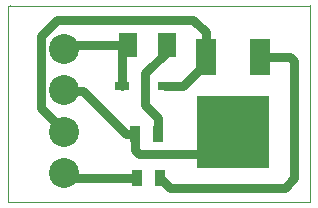
<source format=gtl>
G04 (created by PCBNEW (2013-07-07 BZR 4022)-stable) date 3/6/2015 1:39:28 PM*
%MOIN*%
G04 Gerber Fmt 3.4, Leading zero omitted, Abs format*
%FSLAX34Y34*%
G01*
G70*
G90*
G04 APERTURE LIST*
%ADD10C,0.00590551*%
%ADD11C,0.00393701*%
%ADD12R,0.0472X0.0276*%
%ADD13R,0.06X0.08*%
%ADD14R,0.035X0.055*%
%ADD15R,0.065X0.12*%
%ADD16R,0.24X0.24*%
%ADD17C,0.1*%
%ADD18C,0.03*%
G04 APERTURE END LIST*
G54D10*
G54D11*
X5423Y-5454D02*
X5423Y-5450D01*
X15404Y-5454D02*
X5423Y-5454D01*
X5354Y-5460D02*
X5444Y-5460D01*
X5354Y-12015D02*
X5354Y-5460D01*
X15404Y-12015D02*
X5354Y-12015D01*
X15404Y-5445D02*
X15404Y-12015D01*
G54D12*
X10594Y-8149D03*
X9138Y-8149D03*
G54D13*
X9351Y-6769D03*
X10651Y-6769D03*
G54D14*
X9656Y-11194D03*
X10406Y-11194D03*
X9596Y-9739D03*
X10346Y-9739D03*
G54D15*
X13751Y-7159D03*
G54D16*
X12851Y-9659D03*
G54D15*
X11951Y-7159D03*
G54D17*
X7199Y-6904D03*
X7199Y-8282D03*
X7199Y-9659D03*
X7199Y-11037D03*
G54D18*
X9138Y-8149D02*
X9138Y-6982D01*
X9138Y-6982D02*
X9351Y-6769D01*
X9351Y-6769D02*
X7453Y-6769D01*
X7453Y-6769D02*
X7286Y-6936D01*
X9656Y-11194D02*
X7410Y-11194D01*
X7410Y-11194D02*
X7286Y-11069D01*
X6971Y-5929D02*
X7027Y-5929D01*
X6446Y-6492D02*
X6446Y-8851D01*
X11951Y-7159D02*
X11951Y-6349D01*
X6446Y-8851D02*
X7286Y-9691D01*
X6971Y-5929D02*
X6446Y-6454D01*
X11951Y-6349D02*
X11531Y-5929D01*
X6446Y-6454D02*
X6446Y-6492D01*
X7027Y-5929D02*
X11531Y-5929D01*
X10594Y-8149D02*
X11171Y-8149D01*
X11951Y-7369D02*
X11951Y-7159D01*
X11171Y-8149D02*
X11951Y-7369D01*
X12111Y-10399D02*
X9716Y-10399D01*
X9596Y-10279D02*
X9716Y-10399D01*
X9596Y-10279D02*
X9596Y-9739D01*
X12111Y-10399D02*
X12851Y-9659D01*
X12111Y-10399D02*
X12851Y-9659D01*
X9596Y-9739D02*
X9281Y-9739D01*
X9281Y-9739D02*
X7856Y-8314D01*
X7856Y-8314D02*
X7286Y-8314D01*
X9926Y-7714D02*
X9926Y-8764D01*
X10651Y-6989D02*
X9926Y-7714D01*
X9926Y-8764D02*
X10346Y-9184D01*
X10346Y-9739D02*
X10346Y-9184D01*
X10651Y-6989D02*
X10651Y-6769D01*
X10406Y-11194D02*
X10421Y-11194D01*
X14756Y-7159D02*
X13751Y-7159D01*
X14891Y-7294D02*
X14756Y-7159D01*
X14891Y-11209D02*
X14891Y-7294D01*
X14576Y-11524D02*
X14891Y-11209D01*
X10751Y-11524D02*
X14576Y-11524D01*
X10421Y-11194D02*
X10751Y-11524D01*
M02*

</source>
